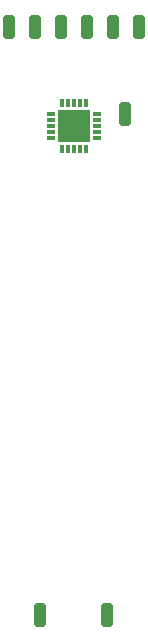
<source format=gbr>
%TF.GenerationSoftware,KiCad,Pcbnew,(7.0.0)*%
%TF.CreationDate,2023-07-04T16:48:58+02:00*%
%TF.ProjectId,attiny85_remote,61747469-6e79-4383-955f-72656d6f7465,rev?*%
%TF.SameCoordinates,Original*%
%TF.FileFunction,Paste,Bot*%
%TF.FilePolarity,Positive*%
%FSLAX46Y46*%
G04 Gerber Fmt 4.6, Leading zero omitted, Abs format (unit mm)*
G04 Created by KiCad (PCBNEW (7.0.0)) date 2023-07-04 16:48:58*
%MOMM*%
%LPD*%
G01*
G04 APERTURE LIST*
G04 Aperture macros list*
%AMRoundRect*
0 Rectangle with rounded corners*
0 $1 Rounding radius*
0 $2 $3 $4 $5 $6 $7 $8 $9 X,Y pos of 4 corners*
0 Add a 4 corners polygon primitive as box body*
4,1,4,$2,$3,$4,$5,$6,$7,$8,$9,$2,$3,0*
0 Add four circle primitives for the rounded corners*
1,1,$1+$1,$2,$3*
1,1,$1+$1,$4,$5*
1,1,$1+$1,$6,$7*
1,1,$1+$1,$8,$9*
0 Add four rect primitives between the rounded corners*
20,1,$1+$1,$2,$3,$4,$5,0*
20,1,$1+$1,$4,$5,$6,$7,0*
20,1,$1+$1,$6,$7,$8,$9,0*
20,1,$1+$1,$8,$9,$2,$3,0*%
G04 Aperture macros list end*
%ADD10RoundRect,0.250000X0.250000X0.750000X-0.250000X0.750000X-0.250000X-0.750000X0.250000X-0.750000X0*%
%ADD11R,0.300000X0.800000*%
%ADD12R,0.800000X0.300000*%
%ADD13R,2.750000X2.750000*%
G04 APERTURE END LIST*
D10*
%TO.C,REF\u002A\u002A*%
X195375000Y-53875000D03*
%TD*%
%TO.C,REF\u002A\u002A*%
X187815000Y-46525000D03*
%TD*%
%TO.C,REF\u002A\u002A*%
X194385000Y-46525000D03*
%TD*%
%TO.C,REF\u002A\u002A*%
X185625000Y-46525000D03*
%TD*%
%TO.C,REF\u002A\u002A*%
X190005000Y-46525000D03*
%TD*%
D11*
%TO.C,Attiny85*%
X192099999Y-56849999D03*
X191599999Y-56849999D03*
X191099999Y-56849999D03*
X190599999Y-56849999D03*
X190099999Y-56849999D03*
D12*
X189149999Y-55899999D03*
X189149999Y-55399999D03*
X189149999Y-54899999D03*
X189149999Y-54399999D03*
X189149999Y-53899999D03*
D11*
X190099999Y-52949999D03*
X190599999Y-52949999D03*
X191099999Y-52949999D03*
X191599999Y-52949999D03*
X192099999Y-52949999D03*
D12*
X193049999Y-53899999D03*
X193049999Y-54399999D03*
X193049999Y-54899999D03*
X193049999Y-55399999D03*
X193049999Y-55899999D03*
D13*
X191099999Y-54899999D03*
%TD*%
D10*
%TO.C,REF\u002A\u002A*%
X193925000Y-96275000D03*
%TD*%
%TO.C,REF\u002A\u002A*%
X196575000Y-46525000D03*
%TD*%
%TO.C,REF\u002A\u002A*%
X188225000Y-96275000D03*
%TD*%
%TO.C,REF\u002A\u002A*%
X192195000Y-46525000D03*
%TD*%
M02*

</source>
